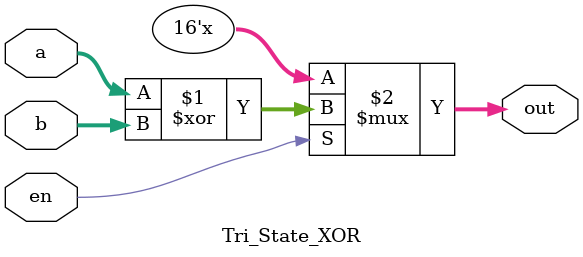
<source format=v>
module Tri_State_XOR (
    input wire [15:0] a,
    input wire [15:0] b,
    input wire en,
    output wire [15:0] out
);
    assign out = en ? (a ^ b) : 16'bz;
endmodule


</source>
